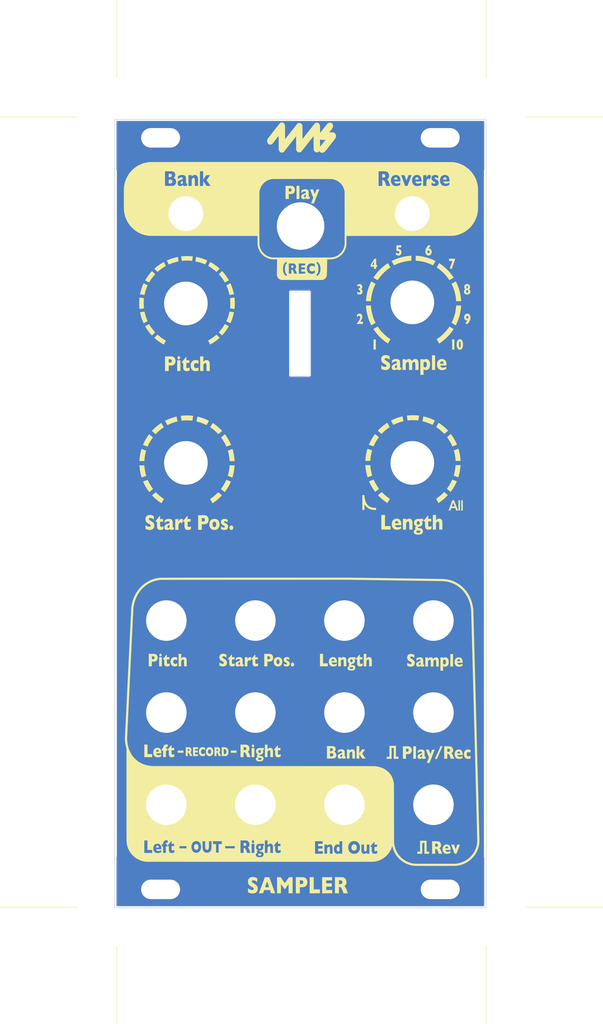
<source format=kicad_pcb>
(kicad_pcb (version 20240108) (generator "pcbnew") (generator_version "8.0")
  (layers (0 "F.Cu" signal) (1 "In1.Cu" signal) (2 "In2.Cu" signal) (31 "B.Cu" signal) (34 "B.Paste" user) (35 "F.Paste" user) (36 "B.SilkS" user "B.Silkscreen") (37 "F.SilkS" user "F.Silkscreen") (38 "B.Mask" user) (39 "F.Mask" user) (44 "Edge.Cuts" user))
  (net 0 "")
  (net 1 "GND")
  (footprint "Faceplate_Hole_LED_Button_5.4mm_With_Mask_Opening" (layer "F.Cu") (at 41.067001 12.3488)
    (property "Reference" "REF**" (hide yes))
    (property "Value" "Faceplate_Hole_LED_Button_5.4mm_With_Mask_Opening" (hide yes))
    (pad "1" thru_hole circle (at 0 0) (size 5.969 5.969) (drill 5.6642) (layers "*.Cu" "*.Mask") (net 1 "GND"))
  )
  (footprint "Faceplate_Hole_Jack_3.5mm" (layer "F.Cu") (at 15.464001 78.6878)
    (property "Reference" "REF**" (hide yes))
    (property "Value" "GND" (hide yes))
    (pad "1" thru_hole circle (at 0 0) (size 7.62 7.62) (drill 6.604) (layers "*.Cu" "*.Mask") (net 1 "GND"))
  )
  (footprint "Faceplate_Rail_Mount_Slot_Plated" (layer "F.Cu") (at 0 0)
    (property "Reference" "REF**" (hide yes))
    (property "Value" "Faceplate_Rail_Mount_Slot_Plated" (hide yes))
    (pad "1" thru_hole oval (at 0 0) (size 7.366 4.191) (drill oval 6.35 3.175) (layers "*.Cu" "*.Mask") (net 1 "GND"))
  )
  (footprint "Faceplate_Hole_Jack_3.5mm" (layer "F.Cu") (at 44.513001 108.7128)
    (property "Reference" "REF**" (hide yes))
    (property "Value" "GND" (hide yes))
    (pad "1" thru_hole circle (at 0 0) (size 7.62 7.62) (drill 6.604) (layers "*.Cu" "*.Mask") (net 1 "GND"))
  )
  (footprint "Faceplate_Hole_LED_Button_7mm_With_Mask_Opening" (layer "F.Cu") (at 22.838001 14.3808)
    (property "Reference" "LOCK1" (hide yes))
    (property "Value" "Faceplate_Hole_LED_Button_7mm_With_Mask_Opening" (hide yes))
    (pad "1" thru_hole circle (at 0 0) (size 8.0518 8.0518) (drill 7.747) (layers "*.Cu" "*.Mask") (net 1 "GND"))
  )
  (footprint "Faceplate_Rail_Mount_Slot_Plated" (layer "F.Cu") (at 45.614001 0)
    (property "Reference" "REF**" (hide yes))
    (property "Value" "Faceplate_Rail_Mount_Slot_Plated" (hide yes))
    (pad "1" thru_hole oval (at 0 0) (size 7.366 4.191) (drill oval 6.35 3.175) (layers "*.Cu" "*.Mask") (net 1 "GND"))
  )
  (footprint "Faceplate_Hole_Jack_3.5mm" (layer "F.Cu") (at 15.465001 108.7128)
    (property "Reference" "REF**" (hide yes))
    (property "Value" "GND" (hide yes))
    (pad "1" thru_hole circle (at 0 0) (size 7.62 7.62) (drill 6.604) (layers "*.Cu" "*.Mask") (net 1 "GND"))
  )
  (footprint "Faceplate_Hole_Jack_3.5mm" (layer "F.Cu") (at 29.992001 78.6878)
    (property "Reference" "REF**" (hide yes))
    (property "Value" "GND" (hide yes))
    (pad "1" thru_hole circle (at 0 0) (size 7.62 7.62) (drill 6.604) (layers "*.Cu" "*.Mask") (net 1 "GND"))
  )
  (footprint "Faceplate_Hole_LED_Button_5.4mm_With_Mask_Opening" (layer "F.Cu") (at 4.127001 12.3488)
    (property "Reference" "REF**" (hide yes))
    (property "Value" "Faceplate_Hole_LED_Button_5.4mm_With_Mask_Opening" (hide yes))
    (pad "1" thru_hole circle (at 0 0) (size 5.969 5.969) (drill 5.6642) (layers "*.Cu" "*.Mask") (net 1 "GND"))
  )
  (footprint "Faceplate_Hole_Jack_3.5mm" (layer "F.Cu") (at 44.513001 78.6878)
    (property "Reference" "REF**" (hide yes))
    (property "Value" "GND" (hide yes))
    (pad "1" thru_hole circle (at 0 0) (size 7.62 7.62) (drill 6.604) (layers "*.Cu" "*.Mask") (net 1 "GND"))
  )
  (footprint "Faceplate_Hole_Pot_16mm" (layer "F.Cu") (at 4.127001 26.9958)
    (property "Reference" "REF**" (hide yes))
    (property "Value" "Faceplate_Hole_Pot_16mm" (hide yes))
    (pad "1" thru_hole circle (at 0 0) (size 7.874 7.874) (drill 7.112) (layers "*.Cu" "*.Mask") (net 1 "GND"))
  )
  (footprint "artwork:Sampler-built-frontsilk-v1.1-rc-3_12hp" (layer "F.Cu") (at 23 61)
    (property "Reference" "G***" (hide yes))
    (property "Value" "LOGO" (hide yes))
  )
  (footprint "Faceplate_Hole_Jack_3.5mm" (layer "F.Cu") (at 44.513001 93.6838)
    (property "Reference" "REF**" (hide yes))
    (property "Value" "GND" (hide yes))
    (pad "1" thru_hole circle (at 0 0) (size 7.62 7.62) (drill 6.604) (layers "*.Cu" "*.Mask") (net 1 "GND"))
  )
  (footprint "Faceplate_Rail_Mount_Slot_Plated" (layer "F.Cu") (at 0 122.5056)
    (property "Reference" "REF**" (hide yes))
    (property "Value" "Faceplate_Rail_Mount_Slot_Plated" (hide yes))
    (pad "1" thru_hole oval (at 0 0) (size 7.366 4.191) (drill oval 6.35 3.175) (layers "*.Cu" "*.Mask") (net 1 "GND"))
  )
  (footprint "Faceplate_Hole_Jack_3.5mm" (layer "F.Cu") (at 29.992001 108.7128)
    (property "Reference" "REF**" (hide yes))
    (property "Value" "GND" (hide yes))
    (pad "1" thru_hole circle (at 0 0) (size 7.62 7.62) (drill 6.604) (layers "*.Cu" "*.Mask") (net 1 "GND"))
  )
  (footprint "Faceplate_Hole_Jack_3.5mm" (layer "F.Cu") (at 0.938001 78.6878)
    (property "Reference" "REF**" (hide yes))
    (property "Value" "GND" (hide yes))
    (pad "1" thru_hole circle (at 0 0) (size 7.62 7.62) (drill 6.604) (layers "*.Cu" "*.Mask") (net 1 "GND"))
  )
  (footprint "Faceplate_Hole_Jack_3.5mm" (layer "F.Cu") (at 0.937001 108.7128)
    (property "Reference" "REF**" (hide yes))
    (property "Value" "GND" (hide yes))
    (pad "1" thru_hole circle (at 0 0) (size 7.62 7.62) (drill 6.604) (layers "*.Cu" "*.Mask") (net 1 "GND"))
  )
  (footprint "Faceplate_Hole_Jack_3.5mm" (layer "F.Cu") (at 29.992001 93.6838)
    (property "Reference" "REF**" (hide yes))
    (property "Value" "GND" (hide yes))
    (pad "1" thru_hole circle (at 0 0) (size 7.62 7.62) (drill 6.604) (layers "*.Cu" "*.Mask") (net 1 "GND"))
  )
  (footprint "Faceplate_Hole_Pot_16mm" (layer "F.Cu") (at 41.067001 52.9888)
    (property "Reference" "REF**" (hide yes))
    (property "Value" "Faceplate_Hole_Pot_16mm" (hide yes))
    (pad "1" thru_hole circle (at 0 0) (size 7.874 7.874) (drill 7.112) (layers "*.Cu" "*.Mask") (net 1 "GND"))
  )
  (footprint "4ms_Faceplate:Faceplate_SD_Card_Slot" (layer "F.Cu") (at 22.734001 31.9068)
    (property "Reference" "REF**" (hide yes))
    (property "Value" "Faceplate_SD_Card_Slot" (hide yes))
    (fp_line (start -1.555 -6.805) (end 1.545 -6.805) (stroke (width 0.05)) (layer "Edge.Cuts"))
    (fp_line (start -1.555 6.805) (end -1.555 -6.795) (stroke (width 0.05)) (layer "Edge.Cuts"))
    (fp_line (start 1.555 -6.795) (end 1.555 6.795) (stroke (width 0.05)) (layer "Edge.Cuts"))
    (fp_line (start 1.555 6.805) (end -1.555 6.805) (stroke (width 0.05)) (layer "Edge.Cuts"))
  )
  (footprint "Faceplate_Hole_Pot_16mm" (layer "F.Cu") (at 4.127001 52.9888)
    (property "Reference" "REF**" (hide yes))
    (property "Value" "Faceplate_Hole_Pot_16mm" (hide yes))
    (pad "1" thru_hole circle (at 0 0) (size 7.874 7.874) (drill 7.112) (layers "*.Cu" "*.Mask") (net 1 "GND"))
  )
  (footprint "Faceplate_Hole_Jack_3.5mm" (layer "F.Cu") (at 15.465001 93.6838)
    (property "Reference" "REF**" (hide yes))
    (property "Value" "GND" (hide yes))
    (pad "1" thru_hole circle (at 0 0) (size 7.62 7.62) (drill 6.604) (layers "*.Cu" "*.Mask") (net 1 "GND"))
  )
  (footprint "Faceplate_Rail_Mount_Slot_Plated" (layer "F.Cu") (at 45.614001 122.5056)
    (property "Reference" "REF**" (hide yes))
    (property "Value" "Faceplate_Rail_Mount_Slot_Plated" (hide yes))
    (pad "1" thru_hole oval (at 0 0) (size 7.366 4.191) (drill oval 6.35 3.175) (layers "*.Cu" "*.Mask") (net 1 "GND"))
  )
  (footprint "Faceplate_Hole_Pot_16mm" (layer "F.Cu") (at 41.067001 26.8268)
    (property "Reference" "REF**" (hide yes))
    (property "Value" "Faceplate_Hole_Pot_16mm" (hide yes))
    (pad "1" thru_hole circle (at 0 0) (size 7.874 7.874) (drill 7.112) (layers "*.Cu" "*.Mask") (net 1 "GND"))
  )
  (footprint "Faceplate_Hole_Jack_3.5mm" (layer "F.Cu") (at 0.938001 93.6838)
    (property "Reference" "REF**" (hide yes))
    (property "Value" "GND" (hide yes))
    (pad "1" thru_hole circle (at 0 0) (size 7.62 7.62) (drill 6.604) (layers "*.Cu" "*.Mask") (net 1 "GND"))
  )
  (footprint "" (layer "B.Cu") (at 22.807001 121.2528 180)
    (property "Reference" "" (at 0 0 0) (layer "B.SilkS") (effects (font (size 1.27 1.27)) (justify mirror)))
    (property "Value" "")
    (pad "1" smd rect (at 0 0 180) (size 60 8) (layers "B.Cu" "B.Paste" "B.Mask") (net 1 "GND"))
  )
  (footprint "4ms_Faceplate:Rail_Connection_12HP" (layer "B.Cu") (at 22.807001 1.2528 180)
    (property "Reference" "REF**" (hide yes))
    (property "Value" "Rail_Connection_12HP" (hide yes))
    (pad "1" smd rect (at 0 0 180) (size 60 8) (layers "B.Cu" "B.Paste" "B.Mask") (net 1 "GND"))
  )
  (gr_line (start -7.492999 125.5028) (end 53.107001 125.5028) (stroke (width 0.1)) (layer "Edge.Cuts"))
  (gr_line (start 53.107001 -2.9972) (end 53.107001 125.5028) (stroke (width 0.1)) (layer "Edge.Cuts"))
  (gr_line (start -7.492999 -2.9972) (end -7.492999 125.5028) (stroke (width 0.1)) (layer "Edge.Cuts"))
  (gr_line (start -7.492999 -2.9972) (end 53.107001 -2.9972) (stroke (width 0.1)) (layer "Edge.Cuts"))
  (zone (net 1) (net_name "GND") (layer "B.Cu") (connect_pads yes (clearance 0.508)) (min_thickness 0.25) (fill yes (thermal_gap 0.5) (thermal_bridge_width 0.5))
    (polygon (pts (xy -7.138999 -2.6432) (xy -7.138999 125.1488) (xy 52.753001 125.1488) (xy 52.753001 -2.6432)))
  )
)
</source>
